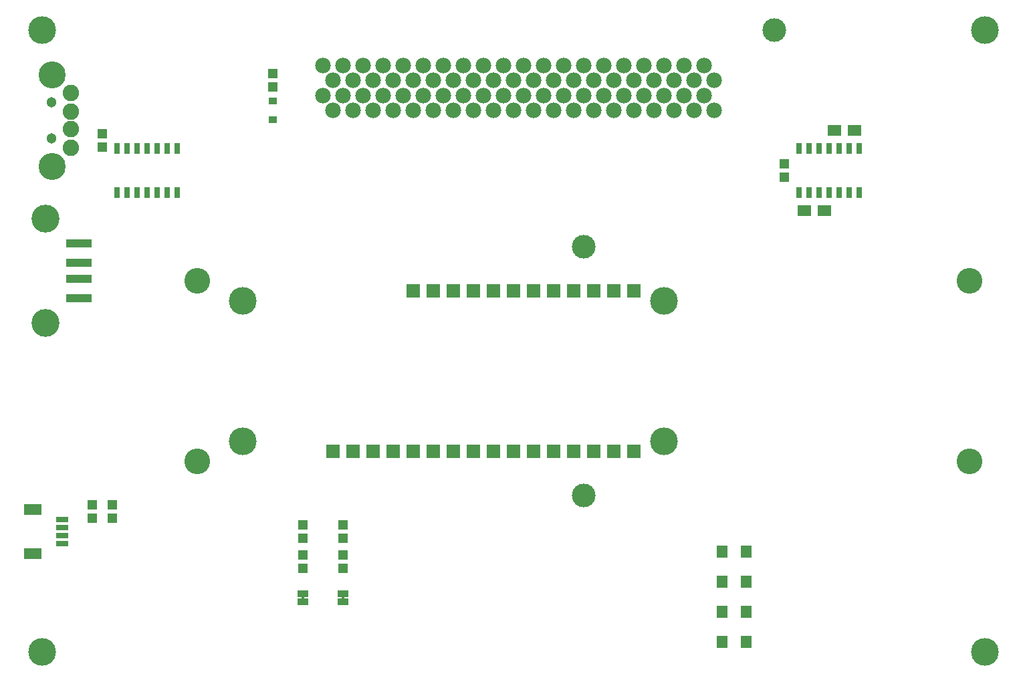
<source format=gts>
G04 EAGLE Gerber RS-274X export*
G75*
%MOMM*%
%FSLAX34Y34*%
%LPD*%
%INSoldermask Top*%
%IPPOS*%
%AMOC8*
5,1,8,0,0,1.08239X$1,22.5*%
G01*
%ADD10R,1.727200X1.727200*%
%ADD11C,3.505200*%
%ADD12C,3.251200*%
%ADD13C,2.997200*%
%ADD14R,0.803200X1.403200*%
%ADD15R,0.838200X1.473200*%
%ADD16R,1.403200X1.603200*%
%ADD17C,1.981200*%
%ADD18R,1.203200X1.303200*%
%ADD19R,1.473200X0.863600*%
%ADD20R,1.033200X0.833200*%
%ADD21C,3.530600*%
%ADD22R,3.203200X1.103200*%
%ADD23C,2.082800*%
%ADD24C,3.419200*%
%ADD25C,1.303200*%
%ADD26R,2.203200X1.403200*%
%ADD27R,1.553200X0.803200*%

G36*
X496635Y154952D02*
X496635Y154952D01*
X496701Y154954D01*
X496744Y154972D01*
X496791Y154980D01*
X496848Y155014D01*
X496908Y155039D01*
X496943Y155070D01*
X496984Y155095D01*
X497026Y155146D01*
X497074Y155190D01*
X497096Y155232D01*
X497125Y155269D01*
X497146Y155331D01*
X497177Y155390D01*
X497185Y155444D01*
X497197Y155481D01*
X497196Y155521D01*
X497204Y155575D01*
X497204Y159385D01*
X497193Y159450D01*
X497191Y159516D01*
X497173Y159559D01*
X497165Y159606D01*
X497131Y159663D01*
X497106Y159723D01*
X497075Y159758D01*
X497050Y159799D01*
X496999Y159841D01*
X496955Y159889D01*
X496913Y159911D01*
X496876Y159940D01*
X496814Y159961D01*
X496755Y159992D01*
X496701Y160000D01*
X496664Y160012D01*
X496624Y160011D01*
X496570Y160019D01*
X494030Y160019D01*
X493965Y160008D01*
X493899Y160006D01*
X493856Y159988D01*
X493809Y159980D01*
X493752Y159946D01*
X493692Y159921D01*
X493657Y159890D01*
X493616Y159865D01*
X493575Y159814D01*
X493526Y159770D01*
X493504Y159728D01*
X493475Y159691D01*
X493454Y159629D01*
X493423Y159570D01*
X493415Y159516D01*
X493403Y159479D01*
X493403Y159475D01*
X493403Y159474D01*
X493404Y159439D01*
X493396Y159385D01*
X493396Y155575D01*
X493407Y155510D01*
X493409Y155444D01*
X493427Y155401D01*
X493435Y155354D01*
X493469Y155297D01*
X493494Y155237D01*
X493525Y155202D01*
X493550Y155161D01*
X493601Y155120D01*
X493645Y155071D01*
X493687Y155049D01*
X493724Y155020D01*
X493786Y154999D01*
X493845Y154968D01*
X493899Y154960D01*
X493936Y154948D01*
X493976Y154949D01*
X494030Y154941D01*
X496570Y154941D01*
X496635Y154952D01*
G37*
G36*
X445835Y154952D02*
X445835Y154952D01*
X445901Y154954D01*
X445944Y154972D01*
X445991Y154980D01*
X446048Y155014D01*
X446108Y155039D01*
X446143Y155070D01*
X446184Y155095D01*
X446226Y155146D01*
X446274Y155190D01*
X446296Y155232D01*
X446325Y155269D01*
X446346Y155331D01*
X446377Y155390D01*
X446385Y155444D01*
X446397Y155481D01*
X446396Y155521D01*
X446404Y155575D01*
X446404Y159385D01*
X446393Y159450D01*
X446391Y159516D01*
X446373Y159559D01*
X446365Y159606D01*
X446331Y159663D01*
X446306Y159723D01*
X446275Y159758D01*
X446250Y159799D01*
X446199Y159841D01*
X446155Y159889D01*
X446113Y159911D01*
X446076Y159940D01*
X446014Y159961D01*
X445955Y159992D01*
X445901Y160000D01*
X445864Y160012D01*
X445824Y160011D01*
X445770Y160019D01*
X443230Y160019D01*
X443165Y160008D01*
X443099Y160006D01*
X443056Y159988D01*
X443009Y159980D01*
X442952Y159946D01*
X442892Y159921D01*
X442857Y159890D01*
X442816Y159865D01*
X442775Y159814D01*
X442726Y159770D01*
X442704Y159728D01*
X442675Y159691D01*
X442654Y159629D01*
X442623Y159570D01*
X442615Y159516D01*
X442603Y159479D01*
X442603Y159475D01*
X442603Y159474D01*
X442604Y159439D01*
X442596Y159385D01*
X442596Y155575D01*
X442607Y155510D01*
X442609Y155444D01*
X442627Y155401D01*
X442635Y155354D01*
X442669Y155297D01*
X442694Y155237D01*
X442725Y155202D01*
X442750Y155161D01*
X442801Y155120D01*
X442845Y155071D01*
X442887Y155049D01*
X442924Y155020D01*
X442986Y154999D01*
X443045Y154968D01*
X443099Y154960D01*
X443136Y154948D01*
X443176Y154949D01*
X443230Y154941D01*
X445770Y154941D01*
X445835Y154952D01*
G37*
D10*
X863600Y342900D03*
X838200Y342900D03*
X812800Y342900D03*
X787400Y342900D03*
X762000Y342900D03*
X736600Y342900D03*
X711200Y342900D03*
X685800Y342900D03*
X660400Y342900D03*
X635000Y342900D03*
X609600Y342900D03*
X584200Y342900D03*
X558800Y342900D03*
X533400Y342900D03*
X508000Y342900D03*
X482600Y342900D03*
X863600Y546100D03*
X838200Y546100D03*
X812800Y546100D03*
X787400Y546100D03*
X762000Y546100D03*
X736600Y546100D03*
X711200Y546100D03*
X685800Y546100D03*
X660400Y546100D03*
X635000Y546100D03*
X609600Y546100D03*
X584200Y546100D03*
D11*
X368300Y533400D03*
X901700Y533400D03*
X901700Y355600D03*
X368300Y355600D03*
D12*
X311150Y330200D03*
X311150Y558800D03*
X1289050Y330200D03*
X1289050Y558800D03*
D13*
X800100Y287020D03*
X800100Y601980D03*
D11*
X1308100Y88900D03*
X114300Y88900D03*
X114300Y876300D03*
D14*
X1073150Y670500D03*
X1085850Y670500D03*
X1098550Y670500D03*
X1111250Y670500D03*
X1123950Y670500D03*
X1136650Y670500D03*
X1149350Y670500D03*
X1149350Y726500D03*
X1136650Y726500D03*
X1123950Y726500D03*
X1111250Y726500D03*
X1098550Y726500D03*
X1085850Y726500D03*
X1073150Y726500D03*
D15*
X1108964Y647700D03*
X1100836Y647700D03*
X1113536Y749300D03*
X1121664Y749300D03*
X1147064Y749300D03*
X1138936Y749300D03*
X1075436Y647700D03*
X1083564Y647700D03*
D16*
X975600Y101600D03*
X1005600Y101600D03*
X975600Y139700D03*
X1005600Y139700D03*
X975600Y177800D03*
X1005600Y177800D03*
X975600Y215900D03*
X1005600Y215900D03*
D17*
X482600Y774700D03*
X508000Y774700D03*
X533400Y774700D03*
X558800Y774700D03*
X584200Y774700D03*
X609600Y774700D03*
X635000Y774700D03*
X660400Y774700D03*
X685800Y774700D03*
X711200Y774700D03*
X736600Y774700D03*
X762000Y774700D03*
X787400Y774700D03*
X812800Y774700D03*
X838200Y774700D03*
X863600Y774700D03*
X889000Y774700D03*
X914400Y774700D03*
X939800Y774700D03*
X965200Y774700D03*
X469900Y793750D03*
X495300Y793750D03*
X520700Y793750D03*
X546100Y793750D03*
X571500Y793750D03*
X596900Y793750D03*
X622300Y793750D03*
X647700Y793750D03*
X673100Y793750D03*
X698500Y793750D03*
X723900Y793750D03*
X749300Y793750D03*
X774700Y793750D03*
X800100Y793750D03*
X825500Y793750D03*
X850900Y793750D03*
X876300Y793750D03*
X901700Y793750D03*
X927100Y793750D03*
X952500Y793750D03*
X482600Y812800D03*
X508000Y812800D03*
X533400Y812800D03*
X558800Y812800D03*
X584200Y812800D03*
X609600Y812800D03*
X635000Y812800D03*
X660400Y812800D03*
X685800Y812800D03*
X711200Y812800D03*
X736600Y812800D03*
X762000Y812800D03*
X787400Y812800D03*
X812800Y812800D03*
X838200Y812800D03*
X863600Y812800D03*
X889000Y812800D03*
X914400Y812800D03*
X939800Y812800D03*
X965200Y812800D03*
X469900Y831850D03*
X495300Y831850D03*
X520700Y831850D03*
X546100Y831850D03*
X571500Y831850D03*
X596900Y831850D03*
X622300Y831850D03*
X647700Y831850D03*
X673100Y831850D03*
X698500Y831850D03*
X723900Y831850D03*
X749300Y831850D03*
X774700Y831850D03*
X800100Y831850D03*
X825500Y831850D03*
X850900Y831850D03*
X876300Y831850D03*
X901700Y831850D03*
X927100Y831850D03*
X952500Y831850D03*
D13*
X1041400Y876300D03*
D18*
X444500Y232800D03*
X444500Y249800D03*
X444500Y194700D03*
X444500Y211700D03*
X495300Y194700D03*
X495300Y211700D03*
X495300Y232800D03*
X495300Y249800D03*
D19*
X444500Y152273D03*
X444500Y162687D03*
X495300Y152273D03*
X495300Y162687D03*
D20*
X406400Y786200D03*
X406400Y763200D03*
D18*
X406400Y804300D03*
X406400Y821300D03*
D21*
X118900Y505841D03*
X118900Y637159D03*
D22*
X161020Y581500D03*
X161020Y606500D03*
X161020Y561500D03*
X161020Y536500D03*
D14*
X209550Y670500D03*
X222250Y670500D03*
X234950Y670500D03*
X247650Y670500D03*
X260350Y670500D03*
X273050Y670500D03*
X285750Y670500D03*
X285750Y726500D03*
X273050Y726500D03*
X260350Y726500D03*
X247650Y726500D03*
X234950Y726500D03*
X222250Y726500D03*
X209550Y726500D03*
D23*
X151000Y797000D03*
X151000Y773270D03*
X151000Y750730D03*
X151000Y727000D03*
D24*
X127000Y704000D03*
X127000Y820000D03*
D25*
X126000Y784500D03*
X126000Y739500D03*
D26*
X102950Y269300D03*
X102950Y213300D03*
D27*
X139700Y256300D03*
X139700Y246300D03*
X139700Y236300D03*
X139700Y226300D03*
D18*
X1054100Y707000D03*
X1054100Y690000D03*
X190500Y728100D03*
X190500Y745100D03*
X177800Y258200D03*
X177800Y275200D03*
D11*
X1308100Y876300D03*
D18*
X203200Y275200D03*
X203200Y258200D03*
M02*

</source>
